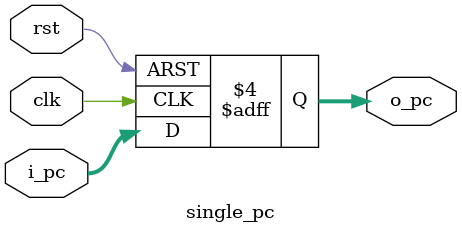
<source format=v>
`timescale 1ns / 1ps
module single_pc(clk,rst,i_pc,o_pc);

	input clk, rst;
	input [31:0]i_pc;
	output reg[31:0]o_pc;
	initial begin
	  o_pc = 0;
	end
	always @(posedge clk or posedge rst)
		if(rst == 1)
			o_pc = 0;
		else
			o_pc = i_pc;


endmodule

</source>
